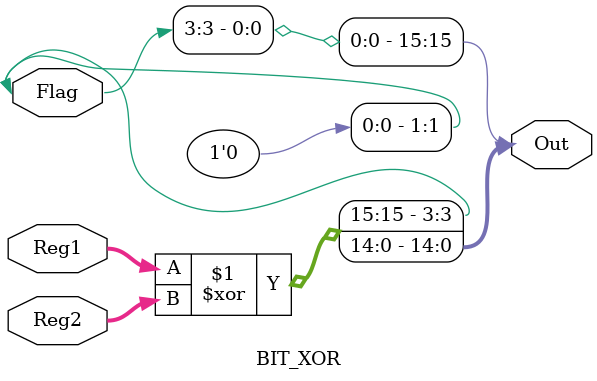
<source format=v>
module BIT_XOR (Reg1, Reg2, Out, Flag);

input [15:0] Reg1, Reg2;
input [3:0] Flag; //N,Z,C,V

output [15:0] Out;

assign Out = Reg1 ^ Reg2;



assign Flag[0] = (({Flag[1],Out[15]} == 2'b01)|| ({Flag[1],Out[15]} == 2'b10));

assign Flag[1] = 1'b0;

assign Flag[2] = (Out == 0);

assign Flag[3] = (Out[15] == 1'b1);

endmodule

</source>
